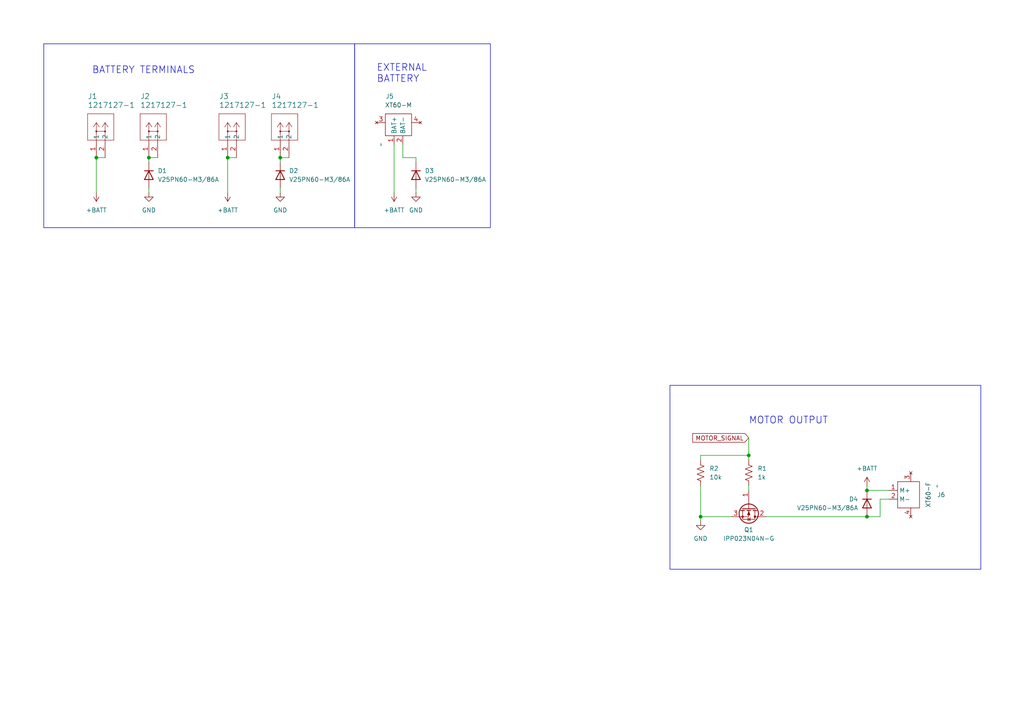
<source format=kicad_sch>
(kicad_sch (version 20230121) (generator eeschema)
  (paper "A4")
  (lib_symbols
    (symbol "Compressor:XT60-F-PCB"
      (property "Reference" "J" (at 0 0 0))
      (symbol "XT60-F-PCB_0_1"
        (polyline (pts (xy 1.27 -11.43) (xy -1.27 -11.43) (xy -1.27 -5.08) (xy 6.35 -5.08) (xy 6.35 -11.43) (xy 1.27 -11.43)))
      )
      (symbol "XT60-F-PCB_1_1"
        (text "XT60-F" (at 2.54 -2.54 0) (effects (font (size 1.27 1.27))))
        (pin power_in line (at 1.27 -13.97 90) (length 2.54) (name "M+") (number "1"))
        (pin power_in line (at 3.81 -13.97 90) (length 2.54) (name "M-") (number "2"))
        (pin no_connect line (at -3.81 -7.62 0) (length 2.54) (name "") (number "3"))
        (pin no_connect line (at 8.89 -7.62 180) (length 2.54) (name "") (number "4"))
      )
    )
    (symbol "Compressor:XT60-M-PCB"
      (property "Reference" "J" (at 1.27 5.08 0))
      (symbol "XT60-M-PCB_0_1"
        (polyline (pts (xy 2.54 -6.35) (xy 0 -6.35) (xy 0 0) (xy 7.62 0) (xy 7.62 -6.35) (xy 2.54 -6.35)))
      )
      (symbol "XT60-M-PCB_1_1"
        (text "XT60-M" (at 3.81 2.54 0) (effects (font (size 1.27 1.27))))
        (pin power_in line (at 2.54 -8.89 90) (length 2.54) (name "BAT+") (number "1"))
        (pin power_in line (at 5.08 -8.89 90) (length 2.54) (name "BAT-") (number "2"))
        (pin no_connect line (at -2.54 -2.54 0) (length 2.54) (name "") (number "3"))
        (pin no_connect line (at 10.16 -2.54 180) (length 2.54) (name "") (number "4"))
      )
    )
    (symbol "Device:R_US" (pin_numbers hide) (pin_names (offset 0))
      (property "Reference" "R" (at 2.54 0 90))
      (property "Value" "R_US" (at -2.54 0 90))
      (symbol "R_US_0_1"
        (polyline (pts (xy 0 -2.286) (xy 0 -2.54)))
        (polyline (pts (xy 0 2.286) (xy 0 2.54)))
        (polyline (pts (xy 0 -0.762) (xy 1.016 -1.143) (xy 0 -1.524) (xy -1.016 -1.905) (xy 0 -2.286)))
        (polyline (pts (xy 0 0.762) (xy 1.016 0.381) (xy 0 0) (xy -1.016 -0.381) (xy 0 -0.762)))
        (polyline (pts (xy 0 2.286) (xy 1.016 1.905) (xy 0 1.524) (xy -1.016 1.143) (xy 0 0.762)))
      )
      (symbol "R_US_1_1"
        (pin passive line (at 0 3.81 270) (length 1.27) (name "~") (number "1"))
        (pin passive line (at 0 -3.81 90) (length 1.27) (name "~") (number "2"))
      )
    )
    (symbol "Diode:VS-6ESU06" (pin_numbers hide) (pin_names hide)
      (property "Reference" "D" (at 0 2.54 0))
      (property "Value" "VS-6ESU06" (at 0 -2.54 0))
      (symbol "VS-6ESU06_0_1"
        (polyline (pts (xy -1.27 1.27) (xy -1.27 -1.27)) (stroke (width 0.254)))
        (polyline (pts (xy 1.27 0) (xy -1.27 0)))
        (polyline (pts (xy 1.27 1.27) (xy 1.27 -1.27) (xy -1.27 0) (xy 1.27 1.27)) (stroke (width 0.254)))
      )
      (symbol "VS-6ESU06_1_1"
        (pin passive line (at 3.81 0 180) (length 2.54) (name "A") (number "1"))
        (pin passive line (at 3.81 0 180) (length 2.54) hide (name "A") (number "2"))
        (pin passive line (at -3.81 0 0) (length 2.54) (name "K") (number "3"))
      )
    )
    (symbol "TE-1217127-SYM:1217861-1" (pin_names (offset 0.254))
      (property "Reference" "J" (at 8.89 6.35 0))
      (property "Value" "1217861-1" (at 0 0 0))
      (symbol "1217861-1_1_1"
        (polyline (pts (xy 5.08 -5.08) (xy 12.7 -5.08)) (stroke (width 0.127)))
        (polyline (pts (xy 5.08 2.54) (xy 5.08 -5.08)) (stroke (width 0.127)))
        (polyline (pts (xy 7.62 0) (xy 7.62 -2.54)) (stroke (width 0.127)))
        (polyline (pts (xy 10.16 -2.54) (xy 5.08 -2.54)) (stroke (width 0.127)))
        (polyline (pts (xy 10.16 -2.54) (xy 8.89 -3.3867)) (stroke (width 0.127)))
        (polyline (pts (xy 10.16 -2.54) (xy 8.89 -1.6933)) (stroke (width 0.127)))
        (polyline (pts (xy 10.16 0) (xy 5.08 0)) (stroke (width 0.127)))
        (polyline (pts (xy 10.16 0) (xy 8.89 -0.8467)) (stroke (width 0.127)))
        (polyline (pts (xy 10.16 0) (xy 8.89 0.8467)) (stroke (width 0.127)))
        (polyline (pts (xy 12.7 -5.08) (xy 12.7 2.54)) (stroke (width 0.127)))
        (polyline (pts (xy 12.7 2.54) (xy 5.08 2.54)) (stroke (width 0.127)))
        (circle (center 7.62 -2.54) (radius 0.127) (stroke (width 0.254)))
        (circle (center 7.62 0) (radius 0.127) (stroke (width 0.254)))
        (pin unspecified line (at 0 0 0) (length 5.08) (name "1") (number "1"))
        (pin unspecified line (at 0 -2.54 0) (length 5.08) (name "2") (number "2"))
      )
      (symbol "1217861-1_1_2"
        (polyline (pts (xy 5.08 -5.08) (xy 12.7 -5.08)) (stroke (width 0.127)))
        (polyline (pts (xy 5.08 2.54) (xy 5.08 -5.08)) (stroke (width 0.127)))
        (polyline (pts (xy 6.35 0) (xy 6.35 -2.54)) (stroke (width 0.127)))
        (polyline (pts (xy 7.62 -2.54) (xy 5.08 -2.54)) (stroke (width 0.127)))
        (polyline (pts (xy 7.62 -2.54) (xy 8.89 -3.3867)) (stroke (width 0.127)))
        (polyline (pts (xy 7.62 -2.54) (xy 8.89 -1.6933)) (stroke (width 0.127)))
        (polyline (pts (xy 7.62 0) (xy 5.08 0)) (stroke (width 0.127)))
        (polyline (pts (xy 7.62 0) (xy 8.89 -0.8467)) (stroke (width 0.127)))
        (polyline (pts (xy 7.62 0) (xy 8.89 0.8467)) (stroke (width 0.127)))
        (polyline (pts (xy 12.7 -5.08) (xy 12.7 2.54)) (stroke (width 0.127)))
        (polyline (pts (xy 12.7 2.54) (xy 5.08 2.54)) (stroke (width 0.127)))
        (circle (center 6.35 -2.54) (radius 0.127) (stroke (width 0.254)))
        (circle (center 6.35 0) (radius 0.127) (stroke (width 0.254)))
        (pin unspecified line (at 0 0 0) (length 5.08) (name "1") (number "1"))
        (pin unspecified line (at 0 -2.54 0) (length 5.08) (name "2") (number "2"))
      )
    )
    (symbol "Transistor_FET:BUZ11" (pin_names hide)
      (property "Reference" "Q" (at 6.35 1.905 0))
      (property "Value" "BUZ11" (at 6.35 0 0))
      (symbol "BUZ11_0_1"
        (polyline (pts (xy 0.254 0) (xy -2.54 0)))
        (polyline (pts (xy 0.254 1.905) (xy 0.254 -1.905)) (stroke (width 0.254)))
        (polyline (pts (xy 0.762 -1.27) (xy 0.762 -2.286)) (stroke (width 0.254)))
        (polyline (pts (xy 0.762 0.508) (xy 0.762 -0.508)) (stroke (width 0.254)))
        (polyline (pts (xy 0.762 2.286) (xy 0.762 1.27)) (stroke (width 0.254)))
        (polyline (pts (xy 2.54 2.54) (xy 2.54 1.778)))
        (polyline (pts (xy 2.54 -2.54) (xy 2.54 0) (xy 0.762 0)))
        (polyline (pts (xy 0.762 -1.778) (xy 3.302 -1.778) (xy 3.302 1.778) (xy 0.762 1.778)))
        (polyline (pts (xy 1.016 0) (xy 2.032 0.381) (xy 2.032 -0.381) (xy 1.016 0)) (fill (type outline)))
        (polyline (pts (xy 2.794 0.508) (xy 2.921 0.381) (xy 3.683 0.381) (xy 3.81 0.254)))
        (polyline (pts (xy 3.302 0.381) (xy 2.921 -0.254) (xy 3.683 -0.254) (xy 3.302 0.381)))
        (circle (center 1.651 0) (radius 2.794) (stroke (width 0.254)))
        (circle (center 2.54 -1.778) (radius 0.254) (fill (type outline)))
        (circle (center 2.54 1.778) (radius 0.254) (fill (type outline)))
      )
      (symbol "BUZ11_1_1"
        (pin input line (at -5.08 0 0) (length 2.54) (name "G") (number "1"))
        (pin passive line (at 2.54 5.08 270) (length 2.54) (name "D") (number "2"))
        (pin passive line (at 2.54 -5.08 90) (length 2.54) (name "S") (number "3"))
      )
    )
    (symbol "power:+BATT" (power) (pin_names (offset 0))
      (property "Value" "+BATT" (at 0 3.556 0))
      (symbol "+BATT_0_1"
        (polyline (pts (xy -0.762 1.27) (xy 0 2.54)))
        (polyline (pts (xy 0 0) (xy 0 2.54)))
        (polyline (pts (xy 0 2.54) (xy 0.762 1.27)))
      )
      (symbol "+BATT_1_1"
        (pin power_in line (at 0 0 90) (length 0) hide (name "+BATT") (number "1"))
      )
    )
    (symbol "power:GND" (power) (pin_names (offset 0))
      (property "Value" "GND" (at 0 -3.81 0))
      (symbol "GND_0_1"
        (polyline (pts (xy 0 0) (xy 0 -1.27) (xy 1.27 -1.27) (xy 0 -2.54) (xy -1.27 -1.27) (xy 0 -1.27)))
      )
      (symbol "GND_1_1"
        (pin power_in line (at 0 0 270) (length 0) hide (name "GND") (number "1"))
      )
    )
  )
  (junction (at 66.04 45.72))
  (junction (at 203.2 149.86))
  (junction (at 251.46 142.24))
  (junction (at 251.46 149.86))
  (junction (at 217.17 132.08))
  (junction (at 27.94 45.72))
  (junction (at 43.18 45.72))
  (junction (at 81.28 45.72))
  (wire (pts (xy 114.3 41.91) (xy 114.3 55.88)))
  (wire (pts (xy 81.28 45.72) (xy 81.28 46.99)))
  (wire (pts (xy 217.17 132.08) (xy 217.17 133.35)))
  (wire (pts (xy 43.18 45.72) (xy 45.72 45.72)))
  (wire (pts (xy 212.09 149.86) (xy 203.2 149.86)))
  (wire (pts (xy 27.94 45.72) (xy 30.48 45.72)))
  (wire (pts (xy 251.46 142.24) (xy 257.81 142.24)))
  (wire (pts (xy 81.28 54.61) (xy 81.28 55.88)))
  (wire (pts (xy 222.25 149.86) (xy 251.46 149.86)))
  (wire (pts (xy 116.84 41.91) (xy 116.84 45.72)))
  (wire (pts (xy 43.18 54.61) (xy 43.18 55.88)))
  (wire (pts (xy 66.04 45.72) (xy 68.58 45.72)))
  (wire (pts (xy 203.2 149.86) (xy 203.2 151.13)))
  (wire (pts (xy 120.65 54.61) (xy 120.65 55.88)))
  (wire (pts (xy 203.2 140.97) (xy 203.2 149.86)))
  (wire (pts (xy 255.27 149.86) (xy 255.27 144.78)))
  (wire (pts (xy 43.18 45.72) (xy 43.18 46.99)))
  (wire (pts (xy 27.94 45.72) (xy 27.94 55.88)))
  (wire (pts (xy 120.65 45.72) (xy 120.65 46.99)))
  (wire (pts (xy 81.28 45.72) (xy 83.82 45.72)))
  (wire (pts (xy 251.46 140.97) (xy 251.46 142.24)))
  (wire (pts (xy 66.04 45.72) (xy 66.04 55.88)))
  (wire (pts (xy 203.2 132.08) (xy 217.17 132.08)))
  (wire (pts (xy 217.17 127) (xy 217.17 132.08)))
  (wire (pts (xy 116.84 45.72) (xy 120.65 45.72)))
  (wire (pts (xy 217.17 140.97) (xy 217.17 142.24)))
  (wire (pts (xy 255.27 144.78) (xy 257.81 144.78)))
  (wire (pts (xy 251.46 149.86) (xy 255.27 149.86)))
  (wire (pts (xy 203.2 133.35) (xy 203.2 132.08)))
  (rectangle (start 102.87 12.7) (end 142.24 66.04))
  (rectangle (start 194.31 111.76) (end 284.48 165.1))
  (rectangle (start 12.7 12.7) (end 102.87 66.04))
  (text "MOTOR OUTPUT" (at 217.17 123.19 0) (effects (font (size 2 2)) (justify left bottom)))
  (text "EXTERNAL\nBATTERY" (at 109.22 24.13 0) (effects (font (size 2 2)) (justify left bottom)))
  (text "BATTERY TERMINALS" (at 26.67 21.59 0) (effects (font (size 2 2)) (justify left bottom)))
  (global_label "MOTOR_SIGNAL" (shape input) (at 217.17 127 180) (property "Intersheetrefs" "${INTERSHEET_REFS}" (effects hide)))
  (symbol (lib_id "Device:R_US") (at 217.17 137.16 0) (unit 1)
    (property "Reference" "R1" (at 219.71 135.89 0) (effects (justify left)))
    (property "Value" "1k" (at 219.71 138.43 0) (effects (justify left)))
    (property "Footprint" "Resistor_SMD:R_0603_1608Metric" (effects hide))
  )
  (symbol (lib_id "Diode:VS-6ESU06") (at 43.18 50.8 90) (mirror x) (unit 1)
    (property "Reference" "D1" (at 45.72 49.53 90) (effects (justify right)))
    (property "Value" "V25PN60-M3/86A" (at 45.72 52.07 90) (effects (justify right)))
    (property "Footprint" "Package_TO_SOT_SMD:TO-277A" (effects hide))
    (property "Datasheet" "https://www.vishay.com/docs/94987/vs-6esu06hm3.pdf" (effects hide))
  )
  (symbol (lib_id "power:GND") (at 120.65 55.88 0) (unit 1)
    (property "Reference" "#PWR03" (effects hide))
    (property "Value" "GND" (at 120.65 60.96 0))
  )
  (symbol (lib_id "Compressor:XT60-F-PCB") (at 271.78 140.97 270) (unit 1)
    (property "Reference" "J6" (at 271.78 143.51 90) (effects (justify left)))
    (property "Value" "~" (at 271.78 140.97 0))
  )
  (symbol (lib_id "power:GND") (at 203.2 151.13 0) (unit 1)
    (property "Reference" "#PWR08" (effects hide))
    (property "Value" "GND" (at 203.2 156.21 0))
  )
  (symbol (lib_id "Diode:VS-6ESU06") (at 251.46 146.05 270) (unit 1)
    (property "Reference" "D4" (at 248.92 144.78 90) (effects (justify right)))
    (property "Value" "V25PN60-M3/86A" (at 248.92 147.32 90) (effects (justify right)))
    (property "Footprint" "Package_TO_SOT_SMD:TO-277A" (effects hide))
    (property "Datasheet" "https://www.vishay.com/docs/94987/vs-6esu06hm3.pdf" (effects hide))
  )
  (symbol (lib_id "power:GND") (at 43.18 55.88 0) (unit 1)
    (property "Reference" "#PWR01" (effects hide))
    (property "Value" "GND" (at 43.18 60.96 0))
  )
  (symbol (lib_id "TE-1217127-SYM:1217861-1") (at 27.94 45.72 90) (unit 1)
    (property "Reference" "J1" (at 25.4 27.94 90) (effects (font (size 1.524 1.524)) (justify right)))
    (property "Value" "1217127-1" (at 25.4 30.48 90) (effects (font (size 1.524 1.524)) (justify right)))
    (property "Footprint" "CONN_1217861-1_TEC" (effects hide))
    (property "Datasheet" "1217861-1" (effects hide))
  )
  (symbol (lib_id "TE-1217127-SYM:1217861-1") (at 43.18 45.72 90) (unit 1)
    (property "Reference" "J2" (at 40.64 27.94 90) (effects (font (size 1.524 1.524)) (justify right)))
    (property "Value" "1217127-1" (at 40.64 30.48 90) (effects (font (size 1.524 1.524)) (justify right)))
    (property "Footprint" "CONN_1217861-1_TEC" (effects hide))
    (property "Datasheet" "1217861-1" (effects hide))
  )
  (symbol (lib_id "Diode:VS-6ESU06") (at 81.28 50.8 90) (mirror x) (unit 1)
    (property "Reference" "D2" (at 83.82 49.53 90) (effects (justify right)))
    (property "Value" "V25PN60-M3/86A" (at 83.82 52.07 90) (effects (justify right)))
    (property "Footprint" "Package_TO_SOT_SMD:TO-277A" (effects hide))
    (property "Datasheet" "https://www.vishay.com/docs/94987/vs-6esu06hm3.pdf" (effects hide))
  )
  (symbol (lib_id "Compressor:XT60-M-PCB") (at 111.76 33.02 0) (unit 1)
    (property "Reference" "J5" (at 113.03 27.94 0))
    (property "Value" "~" (at 110.49 41.91 90))
  )
  (symbol (lib_id "power:+BATT") (at 114.3 55.88 180) (unit 1)
    (property "Reference" "#PWR06" (effects hide))
    (property "Value" "+BATT" (at 114.3 60.96 0))
  )
  (symbol (lib_id "power:+BATT") (at 27.94 55.88 180) (unit 1)
    (property "Reference" "#PWR04" (effects hide))
    (property "Value" "+BATT" (at 27.94 60.96 0))
  )
  (symbol (lib_id "Diode:VS-6ESU06") (at 120.65 50.8 90) (mirror x) (unit 1)
    (property "Reference" "D3" (at 123.19 49.53 90) (effects (justify right)))
    (property "Value" "V25PN60-M3/86A" (at 123.19 52.07 90) (effects (justify right)))
    (property "Footprint" "Package_TO_SOT_SMD:TO-277A" (effects hide))
    (property "Datasheet" "https://www.vishay.com/docs/94987/vs-6esu06hm3.pdf" (effects hide))
  )
  (symbol (lib_id "power:GND") (at 81.28 55.88 0) (unit 1)
    (property "Reference" "#PWR02" (effects hide))
    (property "Value" "GND" (at 81.28 60.96 0))
  )
  (symbol (lib_id "TE-1217127-SYM:1217861-1") (at 66.04 45.72 90) (unit 1)
    (property "Reference" "J3" (at 63.5 27.94 90) (effects (font (size 1.524 1.524)) (justify right)))
    (property "Value" "1217127-1" (at 63.5 30.48 90) (effects (font (size 1.524 1.524)) (justify right)))
    (property "Footprint" "CONN_1217861-1_TEC" (effects hide))
    (property "Datasheet" "1217861-1" (effects hide))
  )
  (symbol (lib_id "Device:R_US") (at 203.2 137.16 0) (unit 1)
    (property "Reference" "R2" (at 205.74 135.89 0) (effects (justify left)))
    (property "Value" "10k" (at 205.74 138.43 0) (effects (justify left)))
    (property "Footprint" "Resistor_SMD:R_0603_1608Metric" (effects hide))
  )
  (symbol (lib_id "TE-1217127-SYM:1217861-1") (at 81.28 45.72 90) (unit 1)
    (property "Reference" "J4" (at 78.74 27.94 90) (effects (font (size 1.524 1.524)) (justify right)))
    (property "Value" "1217127-1" (at 78.74 30.48 90) (effects (font (size 1.524 1.524)) (justify right)))
    (property "Footprint" "CONN_1217861-1_TEC" (effects hide))
    (property "Datasheet" "1217861-1" (effects hide))
  )
  (symbol (lib_id "power:+BATT") (at 66.04 55.88 180) (unit 1)
    (property "Reference" "#PWR05" (effects hide))
    (property "Value" "+BATT" (at 66.04 60.96 0))
  )
  (symbol (lib_id "Transistor_FET:BUZ11") (at 217.17 147.32 270) (unit 1)
    (property "Reference" "Q1" (at 217.17 153.67 90))
    (property "Value" "IPP023N04N-G" (at 217.17 156.21 90))
    (property "Footprint" "Package_TO_SOT_THT:TO-220-3_Vertical" (effects hide))
    (property "Datasheet" "https://media.digikey.com/pdf/Data%20Sheets/Fairchild%20PDFs/BUZ11.pdf" (effects hide))
  )
  (symbol (lib_id "power:+BATT") (at 251.46 140.97 0) (unit 1)
    (property "Reference" "#PWR07" (effects hide))
    (property "Value" "+BATT" (at 251.46 135.89 0))
  )
)
</source>
